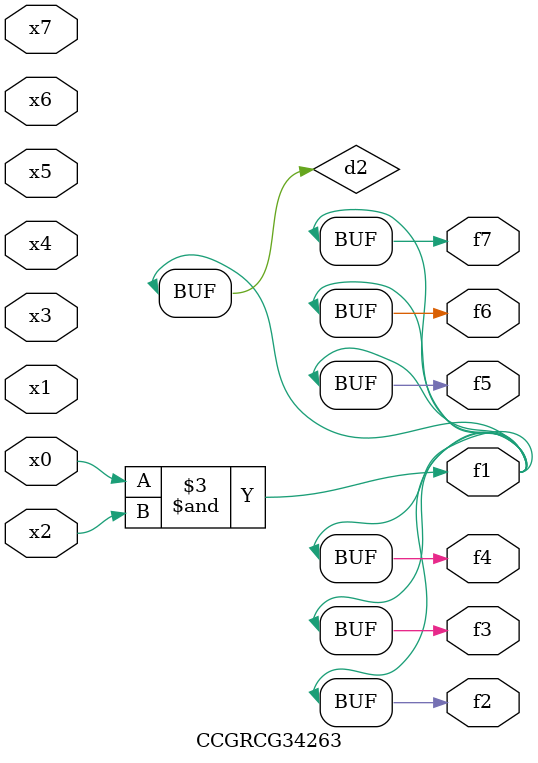
<source format=v>
module CCGRCG34263(
	input x0, x1, x2, x3, x4, x5, x6, x7,
	output f1, f2, f3, f4, f5, f6, f7
);

	wire d1, d2;

	nor (d1, x3, x6);
	and (d2, x0, x2);
	assign f1 = d2;
	assign f2 = d2;
	assign f3 = d2;
	assign f4 = d2;
	assign f5 = d2;
	assign f6 = d2;
	assign f7 = d2;
endmodule

</source>
